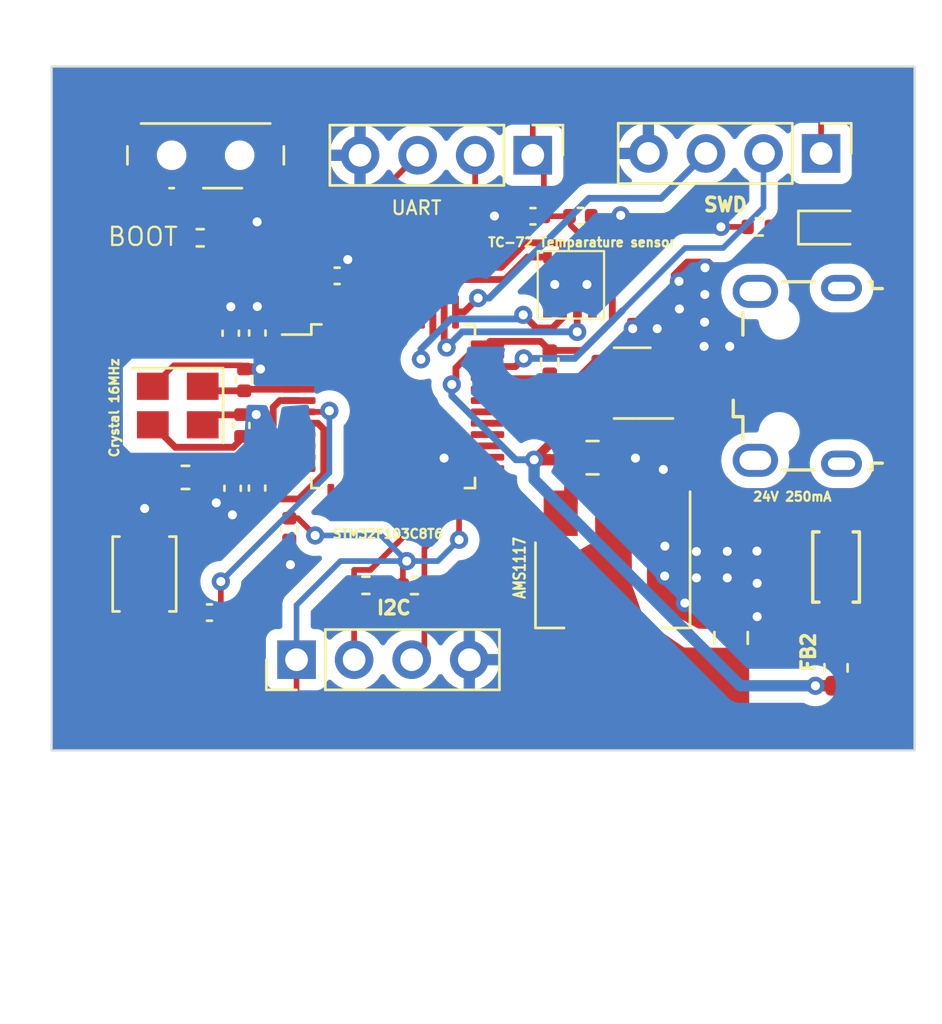
<source format=kicad_pcb>
(kicad_pcb (version 20221018) (generator pcbnew)
  (layers (0 "F.Cu" signal) (31 "B.Cu" power) (34 "B.Paste" user) (35 "F.Paste" user) (36 "B.SilkS" user "B.Silkscreen") (37 "F.SilkS" user "F.Silkscreen") (38 "B.Mask" user) (39 "F.Mask" user) (44 "Edge.Cuts" user))
  (net 0 "")
  (net 1 "3.3V")
  (net 2 "/I2C2_SDA")
  (net 3 "/NRST")
  (net 4 "/HSE_IN")
  (net 5 "/HSE_OUT")
  (net 6 "VBUS")
  (net 7 "3.3VA")
  (net 8 "Net-(D1-K)")
  (net 9 "/USB D-")
  (net 10 "/USB D+")
  (net 13 "/SWDID")
  (net 14 "/SWCLK")
  (net 15 "/USART1_TX")
  (net 16 "/USART1_RX")
  (net 17 "/I2C2_SCL")
  (net 18 "Net-(SW2-B)")
  (net 19 "Net-(U1-BOOT0)")
  (net 41 "CE")
  (net 42 "SCK")
  (net 43 "SDI")
  (net 47 "SDO")
  (net 49 "/D-")
  (net 50 "/D+")
  (net 51 "Net-(CR2-Pad1)")
  (net 52 "Net-(CR2-Pad2)")
  (net 53 "GND")
  (footprint "Inductor_SMD:L_0603_1608Metric" (layer "F.Cu") (at 147.18 105.6 180)
    (fp_text reference "FB1")
    (fp_text value "120R" hide)
  )
  (footprint "Capacitor_SMD:C_0402_1005Metric" (layer "F.Cu") (at 149.77 101.3 90)
    (fp_text reference "C2")
    (fp_text value "10pf" hide)
  )
  (footprint "Package_QFP:LQFP-48_7x7mm_P0.5mm" (layer "F.Cu") (at 156.3425 102.46)
    (fp_text reference "STM32F103C8T6")
    (fp_text value "STM32F103C8T6" hide)
  )
  (footprint "Capacitor_SMD:C_0402_1005Metric" (layer "F.Cu") (at 150.34 106.07 -90)
    (fp_text reference "C6" hide)
    (fp_text value "10nf" hide)
  )
  (footprint "Connector_PinHeader_2.54mm:PinHeader_1x04_P2.54mm_Vertical" (layer "F.Cu") (at 162.5 91.39 -90)
    (fp_text reference "UART")
    (fp_text value "Conn_01x04_Male")
  )
  (footprint "Capacitor_SMD:C_0402_1005Metric" (layer "F.Cu") (at 150.35 99.23 90)
    (fp_text reference "C9" hide)
    (fp_text value "100nf" hide)
  )
  (footprint "Capacitor_SMD:C_0402_1005Metric" (layer "F.Cu") (at 164.6 94.07)
    (fp_text reference "C8" hide)
    (fp_text value "1uf" hide)
  )
  (footprint "Capacitor_SMD:C_0402_1005Metric" (layer "F.Cu") (at 149.64 103.31 90)
    (fp_text reference "C3")
    (fp_text value "10pf" hide)
  )
  (footprint "Resistor_SMD:R_0402_1005Metric" (layer "F.Cu") (at 147.83 95.03)
    (fp_text reference "R1" hide)
    (fp_text value "10K" hide)
  )
  (footprint "Capacitor_SMD:C_0402_1005Metric" (layer "F.Cu") (at 153.87 96.71)
    (fp_text reference "C12" hide)
    (fp_text value "100nf" hide)
  )
  (footprint "Capacitor_SMD:C_0402_1005Metric" (layer "F.Cu") (at 149.1775 99.24 90)
    (fp_text reference "C13" hide)
    (fp_text value "10uf" hide)
  )
  (footprint "Package_TO_SOT_SMD:SOT-23-6" (layer "F.Cu") (at 166.8875 101.44 180)
    (fp_text reference "U4" hide)
    (fp_text value "USBLC6-2SC6" hide)
  )
  (footprint "Inductor_SMD:L_0603_1608Metric" (layer "F.Cu") (at 175.88 114 -90)
    (fp_text reference "FB2")
    (fp_text value "120R")
  )
  (footprint "Package_TO_SOT_SMD:SOT-223-3_TabPin2" (layer "F.Cu") (at 166.03 110.33 -90)
    (fp_text reference "AMS1117")
    (fp_text value "AMS1117-3.3" hide)
  )
  (footprint "Fuse:Fuse_0402_1005Metric" (layer "F.Cu") (at 173.06 107.37)
    (fp_text reference "24V 250mA")
    (fp_text value "24V 250mA")
  )
  (footprint "Resistor_SMD:R_0402_1005Metric" (layer "F.Cu") (at 157.28 110.37)
    (fp_text reference "R")
    (fp_text value "R" hide)
  )
  (footprint "LED_SMD:LED_0603_1608Metric" (layer "F.Cu") (at 175.7025 94.58)
    (fp_text reference "D1")
    (fp_text value "LED" hide)
  )
  (footprint "Connector_USB:USB_Micro-B_Wuerth_629105150521" (layer "F.Cu") (at 174.17 101.12 90)
    (fp_text reference "J1" hide)
    (fp_text value "USB_B_Micro" hide)
  )
  (footprint "Connector_PinHeader_2.54mm:PinHeader_1x04_P2.54mm_Vertical" (layer "F.Cu") (at 175.22 91.31 -90)
    (fp_text reference "SWD")
    (fp_text value "Conn_01x04_Male")
  )
  (footprint "Button_Switch_SMD:SW_SPDT_PCM12" (layer "F.Cu") (at 148.07 91.72 180)
    (fp_text reference "BOOT")
    (fp_text value "SW_SPDT" hide)
  )
  (footprint "Capacitor_SMD:C_0402_1005Metric" (layer "F.Cu") (at 149.26 106.08 -90)
    (fp_text reference "C7")
    (fp_text value "1uf" hide)
  )
  (footprint "Button_Switch_SMD:SW_SPST_B3U-1000P" (layer "F.Cu") (at 145.37 109.86 90)
    (fp_text reference "SW1" hide)
    (fp_text value "SW_MEC_5G" hide)
  )
  (footprint "Connector_PinHeader_2.54mm:PinHeader_1x04_P2.54mm_Vertical" (layer "F.Cu") (at 152.08 113.64 90)
    (fp_text reference "I2C")
    (fp_text value "Conn_01x04_Male")
  )
  (footprint "Capacitor_SMD:C_0402_1005Metric" (layer "F.Cu") (at 148.24 111.56 180)
    (fp_text reference "C1" hide)
    (fp_text value "100nf" hide)
  )
  (footprint "Capacitor_SMD:C_0805_2012Metric" (layer "F.Cu") (at 171.25 112.68 90)
    (fp_text reference "C5" hide)
    (fp_text value "22uf" hide)
  )
  (footprint "Capacitor_SMD:C_0402_1005Metric" (layer "F.Cu") (at 162.51 94.08 180)
    (fp_text reference "C10" hide)
    (fp_text value "100nf" hide)
  )
  (footprint "STM-TC72:TC72-DFN" (layer "F.Cu") (at 164.1708 97.092)
    (fp_text reference "TC-72 Temparature sensor")
    (fp_text value "~")
  )
  (footprint "Resistor_SMD:R_0402_1005Metric" (layer "F.Cu") (at 155.14 110.36 180)
    (fp_text reference "R4")
    (fp_text value "1k5")
  )
  (footprint "Crystal:Crystal_SMD_3225-4Pin_3.2x2.5mm" (layer "F.Cu") (at 146.84 102.43 180)
    (fp_text reference "Crystal 16MHz")
    (fp_text value "16MHz")
  )
  (footprint "Resistor_SMD:R_0402_1005Metric" (layer "F.Cu") (at 172.49 94.55 180)
    (fp_text reference "R3")
    (fp_text value "1k5" hide)
  )
  (footprint "Capacitor_SMD:C_0805_2012Metric" (layer "F.Cu") (at 165.1375 104.73)
    (fp_text reference "C4" hide)
    (fp_text value "22uf" hide)
  )
  (footprint "Capacitor_SMD:C_0402_1005Metric" (layer "F.Cu") (at 151.76 107.88 -90)
    (fp_text reference "C11" hide)
    (fp_text value "100nf" hide)
  )
  (footprint "Resistor_SMD:R_0402_1005Metric" (layer "F.Cu") (at 163.25 100.51 -90)
    (fp_text reference "R2" hide)
    (fp_text value "1k5" hide)
  )
  (footprint "STM-TC72:SDO_SOD-123_MCC" (layer "F.Cu") (at 175.88 109.5518 90)
    (fp_text reference "CR2" hide)
    (fp_text value "B5819W-TP")
  )
  (gr_rect (start 141.28 87.48) (end 179.34 117.635) (stroke (width 0.1)) (fill none) (layer "Edge.Cuts"))
  (segment (start 162.85 99.6) (end 163.25 100) (width 0.3) (layer "F.Cu") (net 1))
  (segment (start 153.5925 98.2975) (end 153.5925 96.9125) (width 0.3) (layer "F.Cu") (net 1))
  (segment (start 174.59 88.4) (end 177.3 88.4) (width 1.5) (layer "F.Cu") (net 1))
  (segment (start 167.52 88.4) (end 174.59 88.4) (width 1.5) (layer "F.Cu") (net 1))
  (segment (start 143.91 99.72) (end 142.72 98.53) (width 0.3) (layer "F.Cu") (net 1))
  (segment (start 143.58 116.45) (end 142.24 115.11) (width 1.5) (layer "F.Cu") (net 1))
  (segment (start 162.99 94.08) (end 164.17 94.08) (width 0.25) (layer "F.Cu") (net 1))
  (segment (start 177.3 88.4) (end 178.45 89.55) (width 1.5) (layer "F.Cu") (net 1))
  (segment (start 142.24 97.31) (end 142.24 95.83) (width 1.5) (layer "F.Cu") (net 1))
  (segment (start 156.77 109.46) (end 156.94 109.29) (width 0.25) (layer "F.Cu") (net 1))
  (segment (start 166.03 113.48) (end 166.03 115.59) (width 1.5) (layer "F.Cu") (net 1))
  (segment (start 142.24 95.83) (end 142.24 94.25) (width 1.5) (layer "F.Cu") (net 1))
  (segment (start 150.35 99.71) (end 152.18 99.71) (width 0.3) (layer "F.Cu") (net 1))
  (segment (start 165.1312 95.4312) (end 164.17 94.47) (width 0.25) (layer "F.Cu") (net 1))
  (segment (start 165.17 116.45) (end 155.28 116.45) (width 1.5) (layer "F.Cu") (net 1))
  (segment (start 178.45 94.54) (end 178.45 115.52) (width 1.5) (layer "F.Cu") (net 1))
  (segment (start 175.22 91.31) (end 175.22 89.03) (width 0.25) (layer "F.Cu") (net 1))
  (segment (start 149.1875 99.71) (end 149.1775 99.72) (width 0.3) (layer "F.Cu") (net 1))
  (segment (start 159.25 106.78) (end 159.0925 106.6225) (width 0.25) (layer "F.Cu") (net 1))
  (segment (start 150.35 99.71) (end 149.1875 99.71) (width 0.3) (layer "F.Cu") (net 1))
  (segment (start 143.72 97.31) (end 142.24 97.31) (width 0.3) (layer "F.Cu") (net 1))
  (segment (start 159.25 108.35) (end 159.25 106.78) (width 0.25) (layer "F.Cu") (net 1))
  (segment (start 144.72 94.25) (end 142.24 94.25) (width 0.25) (layer "F.Cu") (net 1))
  (segment (start 142.24 115.11) (end 142.24 106.93) (width 1.5) (layer "F.Cu") (net 1))
  (segment (start 142.24 88.9) (end 142.74 88.4) (width 1.5) (layer "F.Cu") (net 1))
  (segment (start 143.57 105.6) (end 142.24 106.93) (width 0.5) (layer "F.Cu") (net 1))
  (segment (start 162.68 88.4) (end 167.52 88.4) (width 1.5) (layer "F.Cu") (net 1))
  (segment (start 163.25 100) (end 164.700661 100) (width 0.3) (layer "F.Cu") (net 1))
  (segment (start 142.24 106.93) (end 142.24 105.62) (width 1.5) (layer "F.Cu") (net 1))
  (segment (start 160.615 99.6) (end 162.85 99.6) (width 0.3) (layer "F.Cu") (net 1))
  (segment (start 149.1775 99.72) (end 143.91 99.72) (width 0.3) (layer "F.Cu") (net 1))
  (segment (start 178.45 115.52) (end 177.205 116.765) (width 1.5) (layer "F.Cu") (net 1))
  (segment (start 142.24 94.25) (end 142.24 88.9) (width 1.5) (layer "F.Cu") (net 1))
  (segment (start 145.82 93.15) (end 144.72 94.25) (width 0.25) (layer "F.Cu") (net 1))
  (segment (start 177.205 116.765) (end 173.065 116.765) (width 1.5) (layer "F.Cu") (net 1))
  (segment (start 178.41 94.58) (end 178.45 94.54) (width 0.25) (layer "F.Cu") (net 1))
  (segment (start 144.32 96.71) (end 143.72 97.31) (width 0.3) (layer "F.Cu") (net 1))
  (segment (start 155.28 116.45) (end 151.92 116.45) (width 1.5) (layer "F.Cu") (net 1))
  (segment (start 142.24 97.31) (end 142.24 99.68) (width 1.5) (layer "F.Cu") (net 1))
  (segment (start 164.17 94.47) (end 164.17 94.087609) (width 0.25) (layer "F.Cu") (net 1))
  (segment (start 151.92 116.45) (end 143.58 116.45) (width 1.5) (layer "F.Cu") (net 1))
  (segment (start 155.65 110.36) (end 156.76 110.36) (width 0.25) (layer "F.Cu") (net 1))
  (segment (start 162.99 94.08) (end 162.99 91.88) (width 0.25) (layer "F.Cu") (net 1))
  (segment (start 156.76 110.36) (end 156.77 110.37) (width 0.25) (layer "F.Cu") (net 1))
  (segment (start 162.99 91.88) (end 162.5 91.39) (width 0.25) (layer "F.Cu") (net 1))
  (segment (start 153.5925 96.9125) (end 153.39 96.71) (width 0.3) (layer "F.Cu") (net 1))
  (segment (start 166.01 96.7604) (end 165.1312 95.8816) (width 0.3) (layer "F.Cu") (net 1))
  (segment (start 166.01 98.690661) (end 166.01 96.7604) (width 0.3) (layer "F.Cu") (net 1))
  (segment (start 152.9 108.16) (end 152.14 107.4) (width 0.25) (layer "F.Cu") (net 1))
  (segment (start 162.5 91.39) (end 162.5 88.58) (width 0.25) (layer "F.Cu") (net 1))
  (segment (start 142.74 88.4) (end 162.68 88.4) (width 1.5) (layer "F.Cu") (net 1))
  (segment (start 142.24 105.62) (end 142.24 99.68) (width 1.5) (layer "F.Cu") (net 1))
  (segment (start 164.700661 100) (end 166.01 98.690661) (width 0.3) (layer "F.Cu") (net 1))
  (segment (start 152.08 113.64) (end 152.08 116.29) (width 0.25) (layer "F.Cu") (net 1))
  (segment (start 152.08 116.29) (end 151.92 116.45) (width 0.25) (layer "F.Cu") (net 1))
  (segment (start 160.505 99.71) (end 160.615 99.6) (width 0.3) (layer "F.Cu") (net 1))
  (segment (start 142.72 98.53) (end 142.24 98.53) (width 0.3) (layer "F.Cu") (net 1))
  (segment (start 162.5 88.58) (end 162.68 88.4) (width 0.25) (layer "F.Cu") (net 1))
  (segment (start 166.03 115.59) (end 165.17 116.45) (width 1.5) (layer "F.Cu") (net 1))
  (segment (start 152.14 107.4) (end 151.76 107.4) (width 0.25) (layer "F.Cu") (net 1))
  (segment (start 165.1312 95.8816) (end 165.1312 95.4312) (width 0.25) (layer "F.Cu") (net 1))
  (segment (start 153.39 96.71) (end 144.32 96.71) (width 0.3) (layer "F.Cu") (net 1))
  (segment (start 175.22 89.03) (end 174.59 88.4) (width 0.25) (layer "F.Cu") (net 1))
  (segment (start 146.3925 105.6) (end 143.57 105.6) (width 0.5) (layer "F.Cu") (net 1))
  (segment (start 178.45 89.55) (end 178.45 94.54) (width 1.5) (layer "F.Cu") (net 1))
  (segment (start 156.77 110.37) (end 156.77 109.46) (width 0.25) (layer "F.Cu") (net 1))
  (segment (start 176.49 94.58) (end 178.41 94.58) (width 0.25) (layer "F.Cu") (net 1))
  (via (at 159.25 108.35) (size 0.8) (drill 0.4) (layers "F.Cu" "B.Cu") (net 1))
  (via (at 156.94 109.29) (size 0.8) (drill 0.4) (layers "F.Cu" "B.Cu") (net 1))
  (via (at 152.9 108.16) (size 0.8) (drill 0.4) (layers "F.Cu" "B.Cu") (net 1))
  (segment (start 154.02 109.29) (end 152.08 111.23) (width 0.25) (layer "B.Cu") (net 1))
  (segment (start 152.08 111.23) (end 152.08 113.64) (width 0.25) (layer "B.Cu") (net 1))
  (segment (start 156.94 109.29) (end 158.31 109.29) (width 0.25) (layer "B.Cu") (net 1))
  (segment (start 158.31 109.29) (end 159.25 108.35) (width 0.25) (layer "B.Cu") (net 1))
  (segment (start 156.94 109.29) (end 154.02 109.29) (width 0.25) (layer "B.Cu") (net 1))
  (segment (start 156.94 109.29) (end 155.81 108.16) (width 0.25) (layer "B.Cu") (net 1))
  (segment (start 155.81 108.16) (end 152.9 108.16) (width 0.25) (layer "B.Cu") (net 1))
  (segment (start 158.0925 108.3675) (end 157.72 108.74) (width 0.25) (layer "F.Cu") (net 2))
  (segment (start 157.72 108.74) (end 157.72 113.08) (width 0.25) (layer "F.Cu") (net 2))
  (segment (start 157.72 113.08) (end 157.16 113.64) (width 0.25) (layer "F.Cu") (net 2))
  (segment (start 158.0925 106.6225) (end 158.0925 108.3675) (width 0.25) (layer "F.Cu") (net 2))
  (segment (start 148.74 111.54) (end 148.72 111.56) (width 0.25) (layer "F.Cu") (net 3))
  (segment (start 152.18 102.71) (end 153.477044 102.71) (width 0.25) (layer "F.Cu") (net 3))
  (segment (start 148.74 110.19) (end 148.74 111.54) (width 0.25) (layer "F.Cu") (net 3))
  (segment (start 153.477044 102.71) (end 153.527363 102.659681) (width 0.25) (layer "F.Cu") (net 3))
  (via (at 153.527363 102.659681) (size 0.8) (drill 0.4) (layers "F.Cu" "B.Cu") (net 3))
  (via (at 148.74 110.19) (size 0.8) (drill 0.4) (layers "F.Cu" "B.Cu") (net 3))
  (segment (start 153.527363 102.659681) (end 153.527363 105.402637) (width 0.25) (layer "B.Cu") (net 3))
  (segment (start 153.527363 105.402637) (end 148.74 110.19) (width 0.25) (layer "B.Cu") (net 3))
  (segment (start 152.18 101.71) (end 149.84 101.71) (width 0.3) (layer "F.Cu") (net 4))
  (segment (start 148.14 101.78) (end 147.94 101.58) (width 0.3) (layer "F.Cu") (net 4))
  (segment (start 149.77 101.78) (end 148.14 101.78) (width 0.3) (layer "F.Cu") (net 4))
  (segment (start 150.544353 103.8) (end 149.76 103.8) (width 0.3) (layer "F.Cu") (net 5))
  (segment (start 149.29 104.27) (end 149.76 103.8) (width 0.3) (layer "F.Cu") (net 5))
  (segment (start 151.05 102.501459) (end 151.05 103.294352) (width 0.3) (layer "F.Cu") (net 5))
  (segment (start 151.05 103.294352) (end 150.544353 103.8) (width 0.3) (layer "F.Cu") (net 5))
  (segment (start 151.341459 102.21) (end 151.05 102.501459) (width 0.3) (layer "F.Cu") (net 5))
  (segment (start 152.18 102.21) (end 151.341459 102.21) (width 0.3) (layer "F.Cu") (net 5))
  (segment (start 145.74 103.28) (end 146.73 104.27) (width 0.3) (layer "F.Cu") (net 5))
  (segment (start 146.73 104.27) (end 149.29 104.27) (width 0.3) (layer "F.Cu") (net 5))
  (segment (start 159.11 101.36) (end 159.07 101.36) (width 0.3) (layer "F.Cu") (net 6))
  (segment (start 159.11 100.766459) (end 159.11 101.36) (width 0.3) (layer "F.Cu") (net 6))
  (segment (start 159.666459 100.21) (end 159.11 100.766459) (width 0.3) (layer "F.Cu") (net 6))
  (segment (start 170.37 105.165) (end 170.37 103.44) (width 0.4) (layer "F.Cu") (net 6))
  (segment (start 164.1875 106.7225) (end 163.73 107.18) (width 0.6) (layer "F.Cu") (net 6))
  (segment (start 166.9 101.98) (end 166.9 102.79) (width 0.4) (layer "F.Cu") (net 6))
  (segment (start 160.505 100.21) (end 159.666459 100.21) (width 0.3) (layer "F.Cu") (net 6))
  (segment (start 166.36 101.44) (end 166.9 101.98) (width 0.4) (layer "F.Cu") (net 6))
  (segment (start 159.07 101.36) (end 158.93 101.5) (width 0.3) (layer "F.Cu") (net 6))
  (segment (start 170.37 103.44) (end 171.39 102.42) (width 0.4) (layer "F.Cu") (net 6))
  (segment (start 164.1875 104.73) (end 164.1875 106.7225) (width 0.6) (layer "F.Cu") (net 6))
  (segment (start 171.39 102.42) (end 172.27 102.42) (width 0.4) (layer "F.Cu") (net 6))
  (segment (start 166.9 102.79) (end 166.38 103.31) (width 0.4) (layer "F.Cu") (net 6))
  (segment (start 165.75 101.44) (end 166.36 101.44) (width 0.4) (layer "F.Cu") (net 6))
  (segment (start 172.575 107.37) (end 170.37 105.165) (width 0.4) (layer "F.Cu") (net 6))
  (segment (start 166.38 103.31) (end 164.07 103.31) (width 0.4) (layer "F.Cu") (net 6))
  (segment (start 162.56 104.82) (end 164.0975 104.82) (width 0.5) (layer "F.Cu") (net 6))
  (segment (start 174.9725 114.7875) (end 174.97 114.79) (width 0.5) (layer "F.Cu") (net 6))
  (segment (start 164.0975 104.82) (end 164.1875 104.73) (width 0.5) (layer "F.Cu") (net 6))
  (segment (start 164.07 103.31) (end 162.56 104.82) (width 0.4) (layer "F.Cu") (net 6))
  (segment (start 175.88 114.7875) (end 174.9725 114.7875) (width 0.5) (layer "F.Cu") (net 6))
  (via (at 174.97 114.79) (size 0.8) (drill 0.4) (layers "F.Cu" "B.Cu") (net 6))
  (via (at 162.56 104.82) (size 0.8) (drill 0.4) (layers "F.Cu" "B.Cu") (net 6))
  (via (at 158.93 101.5) (size 0.8) (drill 0.4) (layers "F.Cu" "B.Cu") (net 6))
  (segment (start 158.93 101.5) (end 158.93 102) (width 0.3) (layer "B.Cu") (net 6))
  (segment (start 162.56 105.692082) (end 171.657918 114.79) (width 0.5) (layer "B.Cu") (net 6))
  (segment (start 158.93 102) (end 161.75 104.82) (width 0.3) (layer "B.Cu") (net 6))
  (segment (start 171.657918 114.79) (end 174.97 114.79) (width 0.5) (layer "B.Cu") (net 6))
  (segment (start 161.75 104.82) (end 162.56 104.82) (width 0.3) (layer "B.Cu") (net 6))
  (segment (start 162.56 104.82) (end 162.56 105.692082) (width 0.5) (layer "B.Cu") (net 6))
  (segment (start 152.18 103.71) (end 151.341459 103.71) (width 0.3) (layer "F.Cu") (net 7))
  (segment (start 150.33 105.6) (end 150.34 105.59) (width 0.5) (layer "F.Cu") (net 7))
  (segment (start 150.34 104.711459) (end 150.34 105.59) (width 0.3) (layer "F.Cu") (net 7))
  (segment (start 151.341459 103.71) (end 150.34 104.711459) (width 0.3) (layer "F.Cu") (net 7))
  (segment (start 149.26 105.6) (end 150.33 105.6) (width 0.5) (layer "F.Cu") (net 7))
  (segment (start 147.9675 105.6) (end 149.26 105.6) (width 0.5) (layer "F.Cu") (net 7))
  (segment (start 173.03 94.58) (end 173 94.55) (width 0.25) (layer "F.Cu") (net 8))
  (segment (start 174.915 94.58) (end 173.03 94.58) (width 0.25) (layer "F.Cu") (net 8))
  (segment (start 165.158934 102.39) (end 165.75 102.39) (width 0.264) (layer "F.Cu") (net 9))
  (segment (start 160.505 101.71) (end 164.478934 101.71) (width 0.264) (layer "F.Cu") (net 9))
  (segment (start 164.478934 101.71) (end 165.158934 102.39) (width 0.264) (layer "F.Cu") (net 9))
  (segment (start 160.529999 101.234999) (end 160.53 101.235) (width 0.2) (layer "F.Cu") (net 10))
  (segment (start 160.505 101.21) (end 160.529999 101.234999) (width 0.2) (layer "F.Cu") (net 10))
  (segment (start 160.505 101.21) (end 160.53 101.235) (width 0.2) (layer "F.Cu") (net 10))
  (segment (start 160.505 101.21) (end 160.525 101.23) (width 0.2) (layer "F.Cu") (net 10))
  (segment (start 165.198934 100.49) (end 165.75 100.49) (width 0.264) (layer "F.Cu") (net 10))
  (segment (start 160.505 101.21) (end 160.523 101.228) (width 0.264) (layer "F.Cu") (net 10))
  (segment (start 164.460934 101.228) (end 165.198934 100.49) (width 0.264) (layer "F.Cu") (net 10))
  (segment (start 160.523 101.228) (end 164.460934 101.228) (width 0.264) (layer "F.Cu") (net 10))
  (segment (start 160.505 100.71) (end 161.74 100.71) (width 0.3) (layer "F.Cu") (net 13))
  (segment (start 161.74 100.71) (end 162.1 100.35) (width 0.3) (layer "F.Cu") (net 13))
  (via (at 162.1 100.35) (size 0.8) (drill 0.4) (layers "F.Cu" "B.Cu") (net 13))
  (segment (start 172.68 91.31) (end 172.68 93.695305) (width 0.25) (layer "B.Cu") (net 13))
  (segment (start 172.68 93.695305) (end 170.895305 95.48) (width 0.25) (layer "B.Cu") (net 13))
  (segment (start 170.895305 95.48) (end 169.220661 95.48) (width 0.25) (layer "B.Cu") (net 13))
  (segment (start 166.455 98.245661) (end 164.350661 100.35) (width 0.3) (layer "B.Cu") (net 13))
  (segment (start 169.220661 95.48) (end 166.455 98.245661) (width 0.25) (layer "B.Cu") (net 13))
  (segment (start 164.350661 100.35) (end 162.1 100.35) (width 0.3) (layer "B.Cu") (net 13))
  (segment (start 159.4825 98.2975) (end 159.0925 98.2975) (width 0.3) (layer "F.Cu") (net 14))
  (segment (start 160.09 97.69) (end 159.4825 98.2975) (width 0.3) (layer "F.Cu") (net 14))
  (via (at 160.09 97.69) (size 0.8) (drill 0.4) (layers "F.Cu" "B.Cu") (net 14))
  (segment (start 164.98 93.29) (end 168.16 93.29) (width 0.3) (layer "B.Cu") (net 14))
  (segment (start 160.58 97.69) (end 164.98 93.29) (width 0.3) (layer "B.Cu") (net 14))
  (segment (start 168.16 93.29) (end 170.14 91.31) (width 0.3) (layer "B.Cu") (net 14))
  (segment (start 160.09 97.69) (end 160.58 97.69) (width 0.3) (layer "B.Cu") (net 14))
  (segment (start 159.96 92.95) (end 159.96 91.39) (width 0.25) (layer "F.Cu") (net 15))
  (segment (start 156.5925 98.2975) (end 156.5925 96.3175) (width 0.25) (layer "F.Cu") (net 15))
  (segment (start 156.5925 96.3175) (end 159.96 92.95) (width 0.25) (layer "F.Cu") (net 15))
  (segment (start 156.0925 92.7175) (end 157.42 91.39) (width 0.25) (layer "F.Cu") (net 16))
  (segment (start 156.0925 98.2975) (end 156.0925 92.7175) (width 0.25) (layer "F.Cu") (net 16))
  (segment (start 154.62 113.64) (end 154.62 109.68) (width 0.25) (layer "F.Cu") (net 17))
  (segment (start 157.5925 107.425685) (end 157.5925 106.6225) (width 0.25) (layer "F.Cu") (net 17))
  (segment (start 154.62 109.68) (end 155.338185 109.68) (width 0.25) (layer "F.Cu") (net 17))
  (segment (start 155.338185 109.68) (end 157.5925 107.425685) (width 0.25) (layer "F.Cu") (net 17))
  (segment (start 147.32 95.03) (end 147.32 93.15) (width 0.5) (layer "F.Cu") (net 18))
  (segment (start 155.5925 96.0825) (end 155.5925 98.2975) (width 0.3) (layer "F.Cu") (net 19))
  (segment (start 154.59 95.08) (end 155.5925 96.0825) (width 0.3) (layer "F.Cu") (net 19))
  (segment (start 148.39 95.08) (end 154.59 95.08) (width 0.3) (layer "F.Cu") (net 19))
  (segment (start 148.34 95.03) (end 148.39 95.08) (width 0.3) (layer "F.Cu") (net 19))
  (segment (start 158.7 99.87) (end 158.5925 99.7625) (width 0.3) (layer "F.Cu") (net 41))
  (segment (start 164.46 99.18) (end 164.46 98.3308) (width 0.3) (layer "F.Cu") (net 41))
  (segment (start 164.46 98.3308) (end 164.4708 98.32) (width 0.3) (layer "F.Cu") (net 41))
  (segment (start 158.5925 99.7625) (end 158.5925 98.2975) (width 0.3) (layer "F.Cu") (net 41))
  (via (at 158.7 99.87) (size 0.8) (drill 0.4) (layers "F.Cu" "B.Cu") (net 41))
  (via (at 164.46 99.18) (size 0.8) (drill 0.4) (layers "F.Cu" "B.Cu") (net 41))
  (segment (start 158.7 99.87) (end 159.39 99.18) (width 0.3) (layer "B.Cu") (net 41))
  (segment (start 159.39 99.18) (end 164.46 99.18) (width 0.3) (layer "B.Cu") (net 41))
  (segment (start 163.8104 98.568679) (end 163.8104 98.32) (width 0.3) (layer "F.Cu") (net 42))
  (segment (start 162.08 98.4305) (end 162.6595 99.01) (width 0.3) (layer "F.Cu") (net 42))
  (segment (start 162.6595 99.01) (end 163.369079 99.01) (width 0.3) (layer "F.Cu") (net 42))
  (segment (start 158.0925 98.2975) (end 158.0925 99.416839) (width 0.3) (layer "F.Cu") (net 42))
  (segment (start 163.369079 99.01) (end 163.8104 98.568679) (width 0.3) (layer "F.Cu") (net 42))
  (segment (start 157.57 99.939339) (end 157.57 100.39) (width 0.3) (layer "F.Cu") (net 42))
  (segment (start 158.0925 99.416839) (end 157.57 99.939339) (width 0.3) (layer "F.Cu") (net 42))
  (via (at 162.08 98.4305) (size 0.8) (drill 0.4) (layers "F.Cu" "B.Cu") (net 42))
  (via (at 157.57 100.39) (size 0.8) (drill 0.4) (layers "F.Cu" "B.Cu") (net 42))
  (segment (start 157.57 100.39) (end 157.57 99.939339) (width 0.3) (layer "B.Cu") (net 42))
  (segment (start 157.57 99.939339) (end 158.899339 98.61) (width 0.3) (layer "B.Cu") (net 42))
  (segment (start 158.899339 98.61) (end 162.08 98.61) (width 0.3) (layer "B.Cu") (net 42))
  (segment (start 162.08 98.61) (end 162.08 98.4305) (width 0.3) (layer "B.Cu") (net 42))
  (segment (start 158.012906 96.331447) (end 161.111447 96.331447) (width 0.3) (layer "F.Cu") (net 43))
  (segment (start 163.8104 95.3804) (end 163.8104 95.8657) (width 0.3) (layer "F.Cu") (net 43))
  (segment (start 157.0925 97.251853) (end 158.012906 96.331447) (width 0.3) (layer "F.Cu") (net 43))
  (segment (start 161.111447 96.331447) (end 162.190694 95.2522) (width 0.3) (layer "F.Cu") (net 43))
  (segment (start 162.190694 95.2522) (end 163.6822 95.2522) (width 0.3) (layer "F.Cu") (net 43))
  (segment (start 157.0925 98.2975) (end 157.0925 97.251853) (width 0.3) (layer "F.Cu") (net 43))
  (segment (start 163.6822 95.2522) (end 163.8104 95.3804) (width 0.3) (layer "F.Cu") (net 43))
  (segment (start 162.2684 95.8816) (end 163.15 95.8816) (width 0.3) (layer "F.Cu") (net 47))
  (segment (start 158.181459 96.87) (end 161.28 96.87) (width 0.3) (layer "F.Cu") (net 47))
  (segment (start 157.5925 97.458959) (end 158.181459 96.87) (width 0.3) (layer "F.Cu") (net 47))
  (segment (start 157.5925 98.2975) (end 157.5925 97.458959) (width 0.3) (layer "F.Cu") (net 47))
  (segment (start 161.28 96.87) (end 162.2684 95.8816) (width 0.3) (layer "F.Cu") (net 47))
  (segment (start 169.251 101.677) (end 171.201999 101.677) (width 0.264) (layer "F.Cu") (net 49))
  (segment (start 168.025 102.39) (end 168.538 102.39) (width 0.264) (layer "F.Cu") (net 49))
  (segment (start 171.294999 101.77) (end 172.27 101.77) (width 0.264) (layer "F.Cu") (net 49))
  (segment (start 168.538 102.39) (end 169.251 101.677) (width 0.264) (layer "F.Cu") (net 49))
  (segment (start 171.201999 101.677) (end 171.294999 101.77) (width 0.264) (layer "F.Cu") (net 49))
  (segment (start 171.201999 101.213) (end 169.251 101.213) (width 0.264) (layer "F.Cu") (net 50))
  (segment (start 172.27 101.12) (end 171.294999 101.12) (width 0.264) (layer "F.Cu") (net 50))
  (segment (start 169.251 101.213) (end 168.528 100.49) (width 0.264) (layer "F.Cu") (net 50))
  (segment (start 171.294999 101.12) (end 171.201999 101.213) (width 0.264) (layer "F.Cu") (net 50))
  (segment (start 168.528 100.49) (end 168.025 100.49) (width 0.264) (layer "F.Cu") (net 50))
  (segment (start 175.88 111.2536) (end 175.88 113.2125) (width 0.4) (layer "F.Cu") (net 51))
  (segment (start 173.545 107.37) (end 175.4 107.37) (width 0.4) (layer "F.Cu") (net 52))
  (segment (start 175.4 107.37) (end 175.88 107.85) (width 0.4) (layer "F.Cu") (net 52))
  (segment (start 158.5925 106.6225) (end 158.5925 104.7525) (width 0.25) (layer "F.Cu") (net 53))
  (segment (start 149.1 106.72) (end 149.26 106.56) (width 0.5) (layer "F.Cu") (net 53))
  (segment (start 166.91 100.815317) (end 166.91 99.04) (width 0.4) (layer "F.Cu") (net 53))
  (segment (start 151.76 109.4) (end 151.81 109.45) (width 0.3) (layer "F.Cu") (net 53))
  (segment (start 154.34 96.7) (end 154.35 96.71) (width 0.5) (layer "F.Cu") (net 53))
  (segment (start 152.18 106.55) (end 150.34 106.55) (width 0.3) (layer "F.Cu") (net 53))
  (segment (start 154.0925 96.9675) (end 154.35 96.71) (width 0.3) (layer "F.Cu") (net 53))
  (segment (start 150.34 94.33) (end 150.34 93.17) (width 0.5) (layer "F.Cu") (net 53))
  (segment (start 153.018541 103.21) (end 153.28 103.471459) (width 0.3) (layer "F.Cu") (net 53))
  (segment (start 165.13 94.08) (end 166.34 94.08) (width 0.25) (layer "F.Cu") (net 53))
  (segment (start 149.77 100.82) (end 149.605 100.655) (width 0.25) (layer "F.Cu") (net 53))
  (segment (start 160.82 94.08) (end 160.81 94.07) (width 0.25) (layer "F.Cu") (net 53))
  (segment (start 149.25 107.25) (end 149.25 106.57) (width 0.5) (layer "F.Cu") (net 53))
  (segment (start 167.534683 101.44) (end 166.91 100.815317) (width 0.4) (layer "F.Cu") (net 53))
  (segment (start 168.025 101.44) (end 167.534683 101.44) (width 0.4) (layer "F.Cu") (net 53))
  (segment (start 147.94 103.28) (end 148.38 102.84) (width 0.3) (layer "F.Cu") (net 53))
  (segment (start 149.64 102.83) (end 150.297699 102.83) (width 0.3) (layer "F.Cu") (net 53))
  (segment (start 145.37 111.56) (end 147.76 111.56) (width 0.25) (layer "F.Cu") (net 53))
  (segment (start 163.15 98.32) (end 163.15 97.41) (width 0.25) (layer "F.Cu") (net 53))
  (segment (start 149.07 107.25) (end 148.54 106.72) (width 0.5) (layer "F.Cu") (net 53))
  (segment (start 149.25 106.57) (end 149.26 106.56) (width 0.5) (layer "F.Cu") (net 53))
  (segment (start 171.19 99.82) (end 172.27 99.82) (width 0.4) (layer "F.Cu") (net 53))
  (segment (start 149.605 100.655) (end 146.665 100.655) (width 0.25) (layer "F.Cu") (net 53))
  (segment (start 166.34 94.08) (end 166.38 94.04) (width 0.25) (layer "F.Cu") (net 53))
  (segment (start 149.1775 98.76) (end 149.1775 98.0725) (width 0.3) (layer "F.Cu") (net 53))
  (segment (start 162.03 94.08) (end 160.82 94.08) (width 0.25) (layer "F.Cu") (net 53))
  (segment (start 151.76 108.36) (end 151.76 109.4) (width 0.3) (layer "F.Cu") (net 53))
  (segment (start 154.0925 98.2975) (end 154.0925 96.9675) (width 0.3) (layer "F.Cu") (net 53))
  (segment (start 145.37 108.16) (end 145.37 106.98) (width 0.25) (layer "F.Cu") (net 53))
  (segment (start 149.1775 98.0725) (end 149.18 98.07) (width 0.3) (layer "F.Cu") (net 53))
  (segment (start 153.28 105.45) (end 152.18 106.55) (width 0.3) (layer "F.Cu") (net 53))
  (segment (start 150.49 100.82) (end 149.77 100.82) (width 0.5) (layer "F.Cu") (net 53))
  (segment (start 150.34 93.17) (end 150.32 93.15) (width 0.5) (layer "F.Cu") (net 53))
  (segment (start 170.8 94.55) (end 171.98 94.55) (width 0.25) (layer "F.Cu") (net 53))
  (segment (start 150.35 98.06) (end 150.35 98.75) (width 0.3) (layer "F.Cu") (net 53))
  (segment (start 145.37 106.98) (end 145.38 106.97) (width 0.25) (layer "F.Cu") (net 53))
  (segment (start 149.25 107.25) (end 149.07 107.25) (width 0.5) (layer "F.Cu") (net 53))
  (segment (start 146.665 100.655) (end 145.74 101.58) (width 0.25) (layer "F.Cu") (net 53))
  (segment (start 158.5925 104.7525) (end 158.59 104.75) (width 0.25) (layer "F.Cu") (net 53))
  (segment (start 149.26 106.56) (end 150.33 106.56) (width 0.5) (layer "F.Cu") (net 53))
  (segment (start 153.28 103.471459) (end 153.28 105.45) (width 0.3) (layer "F.Cu") (net 53))
  (segment (start 150.297699 102.83) (end 150.3005 102.827199) (width 0.3) (layer "F.Cu") (net 53))
  (segment (start 145.37 111.56) (end 145.37 108.16) (width 0.25) (layer "F.Cu") (net 53))
  (segment (start 148.54 106.72) (end 149.1 106.72) (width 0.5) (layer "F.Cu") (net 53))
  (segment (start 163.15 97.41) (end 163.47 97.09) (width 0.25) (layer "F.Cu") (net 53))
  (segment (start 152.18 103.21) (end 153.018541 103.21) (width 0.3) (layer "F.Cu") (net 53))
  (segment (start 150.33 106.56) (end 150.34 106.55) (width 0.5) (layer "F.Cu") (net 53))
  (segment (start 148.38 102.84) (end 149.76 102.84) (width 0.3) (layer "F.Cu") (net 53))
  (segment (start 154.34 95.99) (end 154.34 96.7) (width 0.5) (layer "F.Cu") (net 53))
  (via (at 166.91 99.04) (size 0.8) (drill 0.4) (layers "F.Cu" "B.Cu") (net 53))
  (via (at 170.06 99.82) (size 0.8) (drill 0.4) (layers "F.Cu" "B.Cu") (net 53))
  (via (at 168.97 98.17) (size 0.8) (drill 0.4) (layers "F.Cu" "B.Cu") (net 53))
  (via (at 151.81 109.45) (size 0.8) (drill 0.4) (layers "F.Cu" "B.Cu") (net 53))
  (via (at 158.59 104.75) (size 0.8) (drill 0.4) (layers "F.Cu" "B.Cu") (net 53))
  (via (at 154.34 95.99) (size 0.8) (drill 0.4) (layers "F.Cu" "B.Cu") (net 53))
  (via (at 171.08 110.03) (size 0.8) (drill 0.4) (layers "F.Cu" "B.Cu") (net 53))
  (via (at 169.72 110.03) (size 0.8) (drill 0.4) (layers "F.Cu" "B.Cu") (net 53))
  (via (at 170.8 94.55) (size 0.8) (drill 0.4) (layers "F.Cu" "B.Cu") (net 53))
  (via (at 168.26 105.25) (size 0.8) (drill 0.4) (layers "F.Cu" "B.Cu") (net 53))
  (via (at 172.4 110.27) (size 0.8) (drill 0.4) (layers "F.Cu" "B.Cu") (net 53))
  (via (at 150.49 100.82) (size 0.8) (drill 0.4) (layers "F.Cu" "B.Cu") (net 53))
  (via (at 171.08 108.86) (size 0.8) (drill 0.4) (layers "F.Cu" "B.Cu") (net 53))
  (via (at 167.03 104.75) (size 0.8) (drill 0.4) (layers "F.Cu" "B.Cu") (net 53))
  (via (at 166.38 94.04) (size 0.8) (drill 0.4) (layers "F.Cu" "B.Cu") (net 53))
  (via (at 150.3005 102.827199) (size 0.8) (drill 0.4) (layers "F.Cu" "B.Cu") (net 53))
  (via (at 169.21 111.14) (size 0.8) (drill 0.4) (layers "F.Cu" "B.Cu") (net 53))
  (via (at 149.25 107.25) (size 0.8) (drill 0.4) (layers "F.Cu" "B.Cu") (net 53))
  (via (at 172.4 111.74) (size 0.8) (drill 0.4) (layers "F.Cu" "B.Cu") (net 53))
  (via (at 168.95 96.95) (size 0.8) (drill 0.4) (layers "F.Cu" "B.Cu") (net 53))
  (via (at 170.09 97.53) (size 0.8) (drill 0.4) (layers "F.Cu" "B.Cu") (net 53))
  (via (at 145.38 106.97) (size 0.8) (drill 0.4) (layers "F.Cu" "B.Cu") (net 53))
  (via (at 170.1 96.35) (size 0.8) (drill 0.4) (layers "F.Cu" "B.Cu") (net 53))
  (via (at 150.34 94.33) (size 0.8) (drill 0.4) (layers "F.Cu" "B.Cu") (net 53))
  (via (at 169.72 108.87) (size 0.8) (drill 0.4) (layers "F.Cu" "B.Cu") (net 53))
  (via (at 168.33 108.63) (size 0.8) (drill 0.4) (layers "F.Cu" "B.Cu") (net 53))
  (via (at 170.08 98.75) (size 0.8) (drill 0.4) (layers "F.Cu" "B.Cu") (net 53))
  (via (at 167.99 99.04) (size 0.8) (drill 0.4) (layers "F.Cu" "B.Cu") (net 53))
  (via (at 150.35 98.06) (size 0.8) (drill 0.4) (layers "F.Cu" "B.Cu") (net 53))
  (via (at 164.89 97.09) (size 0.8) (drill 0.4) (layers "F.Cu" "B.Cu") (net 53))
  (via (at 163.47 97.09) (size 0.8) (drill 0.4) (layers "F.Cu" "B.Cu") (net 53))
  (via (at 171.19 99.82) (size 0.8) (drill 0.4) (layers "F.Cu" "B.Cu") (net 53))
  (via (at 149.18 98.07) (size 0.8) (drill 0.4) (layers "F.Cu" "B.Cu") (net 53))
  (via (at 160.81 94.07) (size 0.8) (drill 0.4) (layers "F.Cu" "B.Cu") (net 53))
  (via (at 168.32 109.95) (size 0.8) (drill 0.4) (layers "F.Cu" "B.Cu") (net 53))
  (via (at 148.54 106.72) (size 0.8) (drill 0.4) (layers "F.Cu" "B.Cu") (net 53))
  (via (at 172.39 108.85) (size 0.8) (drill 0.4) (layers "F.Cu" "B.Cu") (net 53))
  (zone (net 53) (net_name "GND") (layer "F.Cu") (priority 4) (connect_pads yes (clearance 0.2)) (min_thickness 0.25) (fill yes (thermal_gap 0.5) (thermal_bridge_width 0.5))
    (polygon (pts (xy 172.92 100.05) (xy 169.678479 100.048479) (xy 168.59 98.96) (xy 168.59 96.61) (xy 169.25 95.95) (xy 170.31 95.95) (xy 170.67 96.31) (xy 170.67 98.89) (xy 171.561429 99.54) (xy 172.92 99.54)))
  )
  (zone (net 1) (net_name "3.3V") (layer "F.Cu") (priority 2) (connect_pads yes (clearance 0.3)) (min_thickness 0.25) (fill yes (thermal_gap 0.5) (thermal_bridge_width 0.5))
    (polygon (pts (xy 165.24 106.16) (xy 166.839332 106.17) (xy 166.88 110.36) (xy 167.4275 111.9) (xy 169.1775 113.1) (xy 172.05 113.12) (xy 172.05 115.87) (xy 162.96 115.97) (xy 162.984666 109.721249) (xy 165.26 108.4)))
  )
  (zone (net 53) (net_name "GND") (layer "F.Cu") (priority 1) (connect_pads yes (clearance 0.3)) (min_thickness 0.25) (fill yes (thermal_gap 0.5) (thermal_bridge_width 0.5) (island_removal_mode 1) (island_area_min 10))
    (polygon (pts (xy 166.6275 103.98) (xy 167.92 103.98) (xy 168.78 104.59) (xy 169.1275 105.68) (xy 169.1 108.44) (xy 172.08 108.45) (xy 173.36 108.47) (xy 173.3575 112.36) (xy 169.8 112.27) (xy 168.1275 111.33) (xy 167.5375 110.34) (xy 167.55 105.48) (xy 165.55 105.49) (xy 165.5475 103.99)))
  )
  (zone (net 53) (net_name "GND") (layer "F.Cu") (priority 3) (connect_pads (clearance 0.5)) (min_thickness 0.25) (fill yes (thermal_gap 0.5) (thermal_bridge_width 0.5))
    (polygon (pts (xy 166.48 98.56) (xy 168.35 98.56) (xy 168.349585 99.149585) (xy 168.35 99.48) (xy 166.48 99.48)))
  )
  (zone (net 53) (net_name "GND") (layer "B.Cu") (connect_pads (clearance 0.5)) (min_thickness 0.25) (fill yes (thermal_gap 0.5) (thermal_bridge_width 0.5))
    (polygon (pts (xy 140.58 85.81) (xy 180.32 86) (xy 179.92 117.68) (xy 141.06 117.99) (xy 140.58 88.32)))
  )
  (zone (net 0) (net_name "") (layers "B.Cu" "Eco2.User") (connect_pads yes (clearance 0)) (min_thickness 0.25)
    (keepout (tracks allowed) (vias allowed) (pads allowed) (copperpour not_allowed) (footprints allowed))
    (fill (thermal_gap 0.5) (thermal_bridge_width 0.5))
    (polygon (pts (xy 152.85 101.56) (xy 150.18 101.56) (xy 150.18 100.36) (xy 144.82 100.36) (xy 144.42 100.76) (xy 144.42 104.17) (xy 144.76 104.51) (xy 149.36 104.51) (xy 149.76 104.11) (xy 149.87 102.39) (xy 150.76 102.41) (xy 151.24 103.47) (xy 151.43 102.48) (xy 152.84 102.36) (xy 152.86 102.34) (xy 152.86 101.57)))
  )
)
</source>
